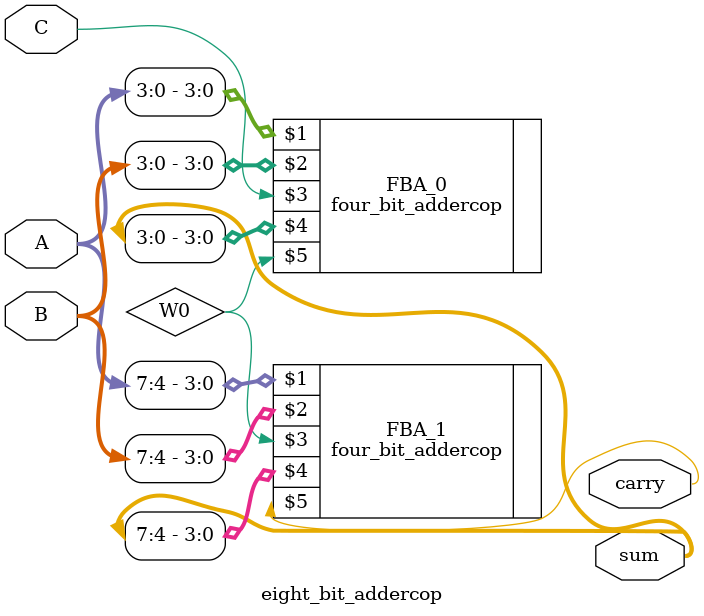
<source format=v>
`include "four_bit_addercop.v"
module eight_bit_addercop(A, B, C, sum, carry);
	input[7:0] A, 
B;	
	input C;
	output[7:0] sum;
	output carry;
	wire W0;
	four_bit_addercop FBA_0(A[3:0], B[3:0], C, sum[3:0], W0);
	four_bit_addercop FBA_1(A[7:4], B[7:4], W0, sum[7:4], carry);
endmodule

</source>
